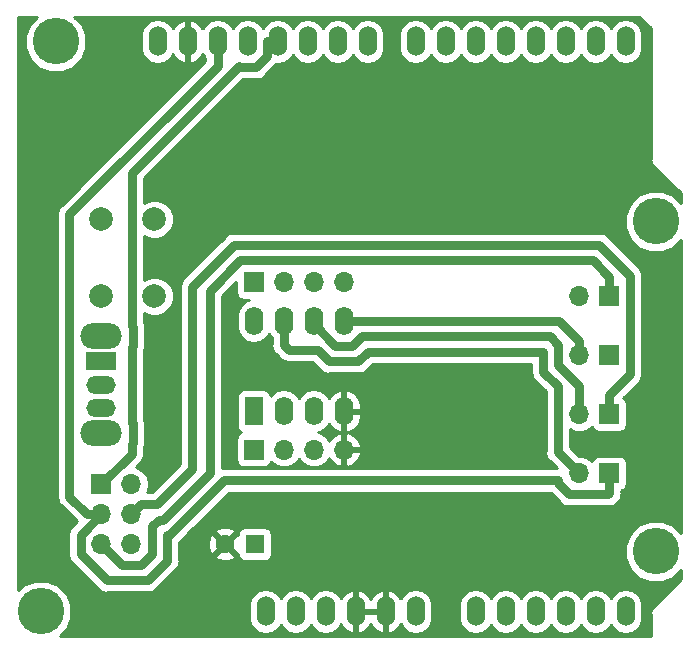
<source format=gbr>
G04 #@! TF.GenerationSoftware,KiCad,Pcbnew,(5.0.0)*
G04 #@! TF.CreationDate,2018-11-01T21:51:16+01:00*
G04 #@! TF.ProjectId,ATtiny85_Arduino_programmer,415474696E7938355F41726475696E6F,rev?*
G04 #@! TF.SameCoordinates,Original*
G04 #@! TF.FileFunction,Copper,L2,Bot,Signal*
G04 #@! TF.FilePolarity,Positive*
%FSLAX46Y46*%
G04 Gerber Fmt 4.6, Leading zero omitted, Abs format (unit mm)*
G04 Created by KiCad (PCBNEW (5.0.0)) date 11/01/18 21:51:17*
%MOMM*%
%LPD*%
G01*
G04 APERTURE LIST*
G04 #@! TA.AperFunction,ComponentPad*
%ADD10R,2.500000X1.500000*%
G04 #@! TD*
G04 #@! TA.AperFunction,ComponentPad*
%ADD11O,2.500000X1.500000*%
G04 #@! TD*
G04 #@! TA.AperFunction,ComponentPad*
%ADD12O,3.500000X2.200000*%
G04 #@! TD*
G04 #@! TA.AperFunction,ComponentPad*
%ADD13O,1.600000X2.400000*%
G04 #@! TD*
G04 #@! TA.AperFunction,ComponentPad*
%ADD14R,1.600000X2.400000*%
G04 #@! TD*
G04 #@! TA.AperFunction,ComponentPad*
%ADD15C,2.000000*%
G04 #@! TD*
G04 #@! TA.AperFunction,ComponentPad*
%ADD16O,1.524000X2.540000*%
G04 #@! TD*
G04 #@! TA.AperFunction,ComponentPad*
%ADD17C,3.937000*%
G04 #@! TD*
G04 #@! TA.AperFunction,ComponentPad*
%ADD18O,1.700000X1.700000*%
G04 #@! TD*
G04 #@! TA.AperFunction,ComponentPad*
%ADD19R,1.700000X1.700000*%
G04 #@! TD*
G04 #@! TA.AperFunction,ComponentPad*
%ADD20C,1.600000*%
G04 #@! TD*
G04 #@! TA.AperFunction,ComponentPad*
%ADD21R,1.600000X1.600000*%
G04 #@! TD*
G04 #@! TA.AperFunction,Conductor*
%ADD22C,0.800000*%
G04 #@! TD*
G04 #@! TA.AperFunction,Conductor*
%ADD23C,0.254000*%
G04 #@! TD*
G04 APERTURE END LIST*
D10*
G04 #@! TO.P,SW2,1*
G04 #@! TO.N,5V*
X145000000Y-75500000D03*
D11*
G04 #@! TO.P,SW2,2*
X145000000Y-77500000D03*
G04 #@! TO.P,SW2,3*
G04 #@! TO.N,Net-(SW1-Pad2)*
X145000000Y-79500000D03*
D12*
G04 #@! TO.P,SW2,*
G04 #@! TO.N,*
X145000000Y-73400000D03*
X145000000Y-81600000D03*
G04 #@! TD*
D13*
G04 #@! TO.P,U1,8*
G04 #@! TO.N,Net-(SW1-Pad2)*
X157912707Y-72108569D03*
G04 #@! TO.P,U1,4*
G04 #@! TO.N,GND*
X165532707Y-79728569D03*
G04 #@! TO.P,U1,7*
G04 #@! TO.N,AT7*
X160452707Y-72108569D03*
G04 #@! TO.P,U1,3*
G04 #@! TO.N,AT3*
X162992707Y-79728569D03*
G04 #@! TO.P,U1,6*
G04 #@! TO.N,AT6*
X162992707Y-72108569D03*
G04 #@! TO.P,U1,2*
G04 #@! TO.N,AT2*
X160452707Y-79728569D03*
G04 #@! TO.P,U1,5*
G04 #@! TO.N,AT5*
X165532707Y-72108569D03*
D14*
G04 #@! TO.P,U1,1*
G04 #@! TO.N,AT1*
X157912707Y-79728569D03*
G04 #@! TD*
D15*
G04 #@! TO.P,SW1,1*
G04 #@! TO.N,5V*
X145000000Y-63500000D03*
G04 #@! TO.P,SW1,2*
G04 #@! TO.N,Net-(SW1-Pad2)*
X149500000Y-63500000D03*
G04 #@! TO.P,SW1,1*
G04 #@! TO.N,5V*
X145000000Y-70000000D03*
G04 #@! TO.P,SW1,2*
G04 #@! TO.N,Net-(SW1-Pad2)*
X149500000Y-70000000D03*
G04 #@! TD*
D16*
G04 #@! TO.P,SHIELD1,AD5*
G04 #@! TO.N,Net-(SHIELD1-PadAD5)*
X189400000Y-96690501D03*
G04 #@! TO.P,SHIELD1,AD4*
G04 #@! TO.N,Net-(SHIELD1-PadAD4)*
X186860000Y-96690501D03*
G04 #@! TO.P,SHIELD1,AD3*
G04 #@! TO.N,Net-(SHIELD1-PadAD3)*
X184320000Y-96690501D03*
G04 #@! TO.P,SHIELD1,AD0*
G04 #@! TO.N,Net-(SHIELD1-PadAD0)*
X176700000Y-96690501D03*
G04 #@! TO.P,SHIELD1,AD1*
G04 #@! TO.N,Net-(SHIELD1-PadAD1)*
X179240000Y-96690501D03*
G04 #@! TO.P,SHIELD1,AD2*
G04 #@! TO.N,Net-(SHIELD1-PadAD2)*
X181780000Y-96690501D03*
G04 #@! TO.P,SHIELD1,V_IN*
G04 #@! TO.N,Net-(SHIELD1-PadV_IN)*
X171620000Y-96690501D03*
G04 #@! TO.P,SHIELD1,GND2*
G04 #@! TO.N,GND*
X169080000Y-96690501D03*
G04 #@! TO.P,SHIELD1,GND1*
X166540000Y-96690501D03*
G04 #@! TO.P,SHIELD1,3V3*
G04 #@! TO.N,Net-(SHIELD1-Pad3V3)*
X161460000Y-96690501D03*
G04 #@! TO.P,SHIELD1,RST*
G04 #@! TO.N,Net-(C1-Pad1)*
X158920000Y-96690501D03*
G04 #@! TO.P,SHIELD1,0*
G04 #@! TO.N,Net-(SHIELD1-Pad0)*
X189400000Y-48430501D03*
G04 #@! TO.P,SHIELD1,1*
G04 #@! TO.N,Net-(SHIELD1-Pad1)*
X186860000Y-48430501D03*
G04 #@! TO.P,SHIELD1,2*
G04 #@! TO.N,Net-(SHIELD1-Pad2)*
X184320000Y-48430501D03*
G04 #@! TO.P,SHIELD1,3*
G04 #@! TO.N,Net-(SHIELD1-Pad3)*
X181780000Y-48430501D03*
G04 #@! TO.P,SHIELD1,4*
G04 #@! TO.N,Net-(SHIELD1-Pad4)*
X179240000Y-48430501D03*
G04 #@! TO.P,SHIELD1,5*
G04 #@! TO.N,Net-(SHIELD1-Pad5)*
X176700000Y-48430501D03*
G04 #@! TO.P,SHIELD1,6*
G04 #@! TO.N,Net-(SHIELD1-Pad6)*
X174160000Y-48430501D03*
G04 #@! TO.P,SHIELD1,7*
G04 #@! TO.N,7*
X171620000Y-48430501D03*
G04 #@! TO.P,SHIELD1,8*
G04 #@! TO.N,8*
X167556000Y-48430501D03*
G04 #@! TO.P,SHIELD1,9*
G04 #@! TO.N,9*
X165016000Y-48430501D03*
G04 #@! TO.P,SHIELD1,10*
G04 #@! TO.N,10*
X162476000Y-48430501D03*
G04 #@! TO.P,SHIELD1,11*
G04 #@! TO.N,11*
X159936000Y-48430501D03*
G04 #@! TO.P,SHIELD1,12*
G04 #@! TO.N,12*
X157396000Y-48430501D03*
G04 #@! TO.P,SHIELD1,13*
G04 #@! TO.N,13*
X154856000Y-48430501D03*
G04 #@! TO.P,SHIELD1,GND3*
G04 #@! TO.N,GND*
X152316000Y-48430501D03*
G04 #@! TO.P,SHIELD1,AREF*
G04 #@! TO.N,Net-(SHIELD1-PadAREF)*
X149776000Y-48430501D03*
G04 #@! TO.P,SHIELD1,5V*
G04 #@! TO.N,5V*
X164000000Y-96690501D03*
D17*
G04 #@! TO.P,SHIELD1,*
G04 #@! TO.N,*
X191940000Y-91610501D03*
X191940000Y-63670501D03*
X141140000Y-48430501D03*
X139870000Y-96690501D03*
G04 #@! TD*
D18*
G04 #@! TO.P,JP4,2*
G04 #@! TO.N,AT7*
X185460000Y-85000000D03*
D19*
G04 #@! TO.P,JP4,1*
G04 #@! TO.N,13*
X188000000Y-85000000D03*
G04 #@! TD*
G04 #@! TO.P,JP3,1*
G04 #@! TO.N,12*
X188000000Y-80000000D03*
D18*
G04 #@! TO.P,JP3,2*
G04 #@! TO.N,AT6*
X185460000Y-80000000D03*
G04 #@! TD*
G04 #@! TO.P,JP2,2*
G04 #@! TO.N,AT5*
X185460000Y-75000000D03*
D19*
G04 #@! TO.P,JP2,1*
G04 #@! TO.N,11*
X188000000Y-75000000D03*
G04 #@! TD*
G04 #@! TO.P,JP1,1*
G04 #@! TO.N,10*
X188000000Y-70000000D03*
D18*
G04 #@! TO.P,JP1,2*
G04 #@! TO.N,AT1*
X185460000Y-70000000D03*
G04 #@! TD*
D19*
G04 #@! TO.P,J3,1*
G04 #@! TO.N,5V*
X157918607Y-68829009D03*
D18*
G04 #@! TO.P,J3,2*
G04 #@! TO.N,AT7*
X160458607Y-68829009D03*
G04 #@! TO.P,J3,3*
G04 #@! TO.N,AT6*
X162998607Y-68829009D03*
G04 #@! TO.P,J3,4*
G04 #@! TO.N,AT5*
X165538607Y-68829009D03*
G04 #@! TD*
G04 #@! TO.P,J2,4*
G04 #@! TO.N,GND*
X165548767Y-82981889D03*
G04 #@! TO.P,J2,3*
G04 #@! TO.N,AT3*
X163008767Y-82981889D03*
G04 #@! TO.P,J2,2*
G04 #@! TO.N,AT2*
X160468767Y-82981889D03*
D19*
G04 #@! TO.P,J2,1*
G04 #@! TO.N,AT1*
X157928767Y-82981889D03*
G04 #@! TD*
D18*
G04 #@! TO.P,J1,4*
G04 #@! TO.N,GND*
X147540000Y-91000000D03*
G04 #@! TO.P,J1,3*
G04 #@! TO.N,10*
X145000000Y-91000000D03*
G04 #@! TO.P,J1,5*
G04 #@! TO.N,12*
X147540000Y-88460000D03*
G04 #@! TO.P,J1,2*
G04 #@! TO.N,13*
X145000000Y-88460000D03*
G04 #@! TO.P,J1,6*
G04 #@! TO.N,5V*
X147540000Y-85920000D03*
D19*
G04 #@! TO.P,J1,1*
G04 #@! TO.N,11*
X145000000Y-85920000D03*
G04 #@! TD*
D20*
G04 #@! TO.P,C1,2*
G04 #@! TO.N,GND*
X155500000Y-91000000D03*
D21*
G04 #@! TO.P,C1,1*
G04 #@! TO.N,Net-(C1-Pad1)*
X158000000Y-91000000D03*
G04 #@! TD*
D22*
G04 #@! TO.N,12*
X148389999Y-87610001D02*
X147540000Y-88460000D01*
X149689999Y-87610001D02*
X148389999Y-87610001D01*
X152700011Y-69209988D02*
X152700011Y-84599989D01*
X188000000Y-78350000D02*
X189750001Y-76599999D01*
X189750001Y-76599999D02*
X189750001Y-68261511D01*
X188000000Y-80000000D02*
X188000000Y-78350000D01*
X189750001Y-68261511D02*
X187148491Y-65660000D01*
X152700011Y-84599989D02*
X149689999Y-87610001D01*
X187148491Y-65660000D02*
X156249999Y-65660000D01*
X156249999Y-65660000D02*
X152700011Y-69209988D01*
G04 #@! TO.N,10*
X150228481Y-88910009D02*
X149851498Y-88910009D01*
X149851498Y-88910009D02*
X149290001Y-89471506D01*
X149290001Y-89471506D02*
X149290001Y-91840001D01*
X149290001Y-91840001D02*
X148380001Y-92750001D01*
X146750001Y-92750001D02*
X145849999Y-91849999D01*
X148380001Y-92750001D02*
X146750001Y-92750001D01*
X154200000Y-84938490D02*
X150228481Y-88910009D01*
X154200000Y-69548490D02*
X154200000Y-84938490D01*
X188000000Y-68350000D02*
X186610010Y-66960010D01*
X156788480Y-66960010D02*
X154200000Y-69548490D01*
X188000000Y-70000000D02*
X188000000Y-68350000D01*
X145849999Y-91849999D02*
X145000000Y-91000000D01*
X186610010Y-66960010D02*
X156788480Y-66960010D01*
G04 #@! TO.N,13*
X143797919Y-88460000D02*
X145000000Y-88460000D01*
X142300000Y-86962081D02*
X143797919Y-88460000D01*
X142300000Y-63056501D02*
X142300000Y-86962081D01*
X154856000Y-48430501D02*
X154856000Y-50500501D01*
X154856000Y-50500501D02*
X142300000Y-63056501D01*
X183709999Y-85840001D02*
X184619999Y-86750001D01*
X183709999Y-85600000D02*
X183709999Y-85840001D01*
X184619999Y-86750001D02*
X187899999Y-86750001D01*
X150766963Y-90210020D02*
X155376983Y-85600000D01*
X150590012Y-90210020D02*
X150766963Y-90210020D01*
X145000000Y-88460000D02*
X143249999Y-90210001D01*
X143249999Y-90210001D02*
X143249999Y-91840001D01*
X187899999Y-86750001D02*
X188000000Y-86650000D01*
X155376983Y-85600000D02*
X183709999Y-85600000D01*
X143249999Y-91840001D02*
X145460009Y-94050011D01*
X188000000Y-86650000D02*
X188000000Y-85000000D01*
X145460009Y-94050011D02*
X148918483Y-94050012D01*
X148918483Y-94050012D02*
X150590012Y-92378483D01*
X150590012Y-92378483D02*
X150590012Y-90210020D01*
G04 #@! TO.N,11*
X159936000Y-48430501D02*
X159936000Y-49084000D01*
X147600000Y-82478441D02*
X147600000Y-83320000D01*
X147600000Y-74278441D02*
X147600000Y-80721559D01*
X147600000Y-83320000D02*
X145000000Y-85920000D01*
X147650010Y-74228431D02*
X147600000Y-74278441D01*
X147650010Y-72571569D02*
X147650010Y-74228431D01*
X147600000Y-72521559D02*
X147650010Y-72571569D01*
X147600000Y-80721559D02*
X147650010Y-80771569D01*
X147600000Y-59600000D02*
X147600000Y-72521559D01*
X147650010Y-80771569D02*
X147650010Y-82428431D01*
X159058010Y-48430501D02*
X159058010Y-49626928D01*
X147650010Y-82428431D02*
X147600000Y-82478441D01*
X159936000Y-48430501D02*
X159058010Y-48430501D01*
X159058010Y-49626928D02*
X158084427Y-50600511D01*
X158084427Y-50600511D02*
X156707573Y-50600511D01*
X156707573Y-50600511D02*
X156653531Y-50546469D01*
X156653531Y-50546469D02*
X147600000Y-59600000D01*
G04 #@! TO.N,AT5*
X185460000Y-73797919D02*
X185460000Y-75000000D01*
X183770650Y-72108569D02*
X185460000Y-73797919D01*
X165532707Y-72108569D02*
X183770650Y-72108569D01*
G04 #@! TO.N,AT6*
X162992707Y-72372746D02*
X164828540Y-74208579D01*
X167036874Y-73408579D02*
X182958579Y-73408579D01*
X182958579Y-73408579D02*
X183709999Y-74159999D01*
X183709999Y-74159999D02*
X183709999Y-75840001D01*
X185460000Y-78797919D02*
X185460000Y-80000000D01*
X185460000Y-77590002D02*
X185460000Y-78797919D01*
X162992707Y-72108569D02*
X162992707Y-72372746D01*
X166236874Y-74208579D02*
X167036874Y-73408579D01*
X164828540Y-74208579D02*
X166236874Y-74208579D01*
X183709999Y-75840001D02*
X185460000Y-77590002D01*
G04 #@! TO.N,AT7*
X182409988Y-76378483D02*
X183650000Y-77618495D01*
X182409988Y-74708590D02*
X182409988Y-76378483D01*
X164290058Y-75508590D02*
X166775356Y-75508590D01*
X163528529Y-74747061D02*
X164290058Y-75508590D01*
X163311469Y-74530000D02*
X163528529Y-74747061D01*
X166775356Y-75508590D02*
X167575356Y-74708590D01*
X167575356Y-74708590D02*
X182409988Y-74708590D01*
X160874138Y-74530000D02*
X163311469Y-74530000D01*
X160452707Y-72108569D02*
X160452707Y-74108569D01*
X183650000Y-77618495D02*
X183650000Y-83190000D01*
X183650000Y-83190000D02*
X185460000Y-85000000D01*
X160452707Y-74108569D02*
X160874138Y-74530000D01*
G04 #@! TD*
D23*
G04 #@! TO.N,GND*
G36*
X138932859Y-46955736D02*
X138536500Y-47912633D01*
X138536500Y-48948369D01*
X138932859Y-49905266D01*
X139665235Y-50637642D01*
X140622132Y-51034001D01*
X141657868Y-51034001D01*
X142614765Y-50637642D01*
X143347141Y-49905266D01*
X143743500Y-48948369D01*
X143743500Y-47912633D01*
X143690598Y-47784914D01*
X148379000Y-47784914D01*
X148379000Y-49076089D01*
X148460056Y-49483583D01*
X148768821Y-49945681D01*
X149230919Y-50254445D01*
X149776000Y-50362869D01*
X150321082Y-50254445D01*
X150783180Y-49945681D01*
X151057580Y-49535012D01*
X151073941Y-49590442D01*
X151417974Y-50016131D01*
X151898723Y-50277761D01*
X151972930Y-50292721D01*
X152189000Y-50170221D01*
X152189000Y-48557501D01*
X152169000Y-48557501D01*
X152169000Y-48303501D01*
X152189000Y-48303501D01*
X152189000Y-46690781D01*
X151972930Y-46568281D01*
X151898723Y-46583241D01*
X151417974Y-46844871D01*
X151073941Y-47270560D01*
X151057580Y-47325990D01*
X150783179Y-46915321D01*
X150321081Y-46606557D01*
X149776000Y-46498133D01*
X149230918Y-46606557D01*
X148768820Y-46915322D01*
X148460056Y-47377420D01*
X148379000Y-47784914D01*
X143690598Y-47784914D01*
X143347141Y-46955736D01*
X142727605Y-46336200D01*
X190519554Y-46336200D01*
X191511401Y-47328048D01*
X191511400Y-58381216D01*
X191497002Y-58453600D01*
X191511400Y-58525984D01*
X191511400Y-58525987D01*
X191554046Y-58740382D01*
X191716495Y-58983505D01*
X191777865Y-59024511D01*
X194051401Y-61298048D01*
X194051401Y-62099996D01*
X193414765Y-61463360D01*
X192457868Y-61067001D01*
X191422132Y-61067001D01*
X190465235Y-61463360D01*
X189732859Y-62195736D01*
X189336500Y-63152633D01*
X189336500Y-64188369D01*
X189732859Y-65145266D01*
X190465235Y-65877642D01*
X191422132Y-66274001D01*
X192457868Y-66274001D01*
X193414765Y-65877642D01*
X194051401Y-65241006D01*
X194051400Y-90039995D01*
X193414765Y-89403360D01*
X192457868Y-89007001D01*
X191422132Y-89007001D01*
X190465235Y-89403360D01*
X189732859Y-90135736D01*
X189336500Y-91092633D01*
X189336500Y-92128369D01*
X189732859Y-93085266D01*
X190465235Y-93817642D01*
X191422132Y-94214001D01*
X192457868Y-94214001D01*
X193414765Y-93817642D01*
X194051400Y-93181007D01*
X194051400Y-93963153D01*
X191777863Y-96236691D01*
X191716496Y-96277695D01*
X191675492Y-96339062D01*
X191675491Y-96339063D01*
X191554046Y-96520818D01*
X191497002Y-96807600D01*
X191511401Y-96879989D01*
X191511400Y-98765000D01*
X141477407Y-98765000D01*
X142077141Y-98165266D01*
X142473500Y-97208369D01*
X142473500Y-96172633D01*
X142420598Y-96044914D01*
X157523000Y-96044914D01*
X157523000Y-97336089D01*
X157604056Y-97743583D01*
X157912821Y-98205681D01*
X158374919Y-98514445D01*
X158920000Y-98622869D01*
X159465082Y-98514445D01*
X159927180Y-98205681D01*
X160190000Y-97812343D01*
X160452821Y-98205681D01*
X160914919Y-98514445D01*
X161460000Y-98622869D01*
X162005082Y-98514445D01*
X162467180Y-98205681D01*
X162730000Y-97812343D01*
X162992821Y-98205681D01*
X163454919Y-98514445D01*
X164000000Y-98622869D01*
X164545082Y-98514445D01*
X165007180Y-98205681D01*
X165281580Y-97795012D01*
X165297941Y-97850442D01*
X165641974Y-98276131D01*
X166122723Y-98537761D01*
X166196930Y-98552721D01*
X166413000Y-98430221D01*
X166413000Y-96817501D01*
X166667000Y-96817501D01*
X166667000Y-98430221D01*
X166883070Y-98552721D01*
X166957277Y-98537761D01*
X167438026Y-98276131D01*
X167782059Y-97850442D01*
X167810000Y-97755778D01*
X167837941Y-97850442D01*
X168181974Y-98276131D01*
X168662723Y-98537761D01*
X168736930Y-98552721D01*
X168953000Y-98430221D01*
X168953000Y-96817501D01*
X166667000Y-96817501D01*
X166413000Y-96817501D01*
X166393000Y-96817501D01*
X166393000Y-96563501D01*
X166413000Y-96563501D01*
X166413000Y-94950781D01*
X166667000Y-94950781D01*
X166667000Y-96563501D01*
X168953000Y-96563501D01*
X168953000Y-94950781D01*
X169207000Y-94950781D01*
X169207000Y-96563501D01*
X169227000Y-96563501D01*
X169227000Y-96817501D01*
X169207000Y-96817501D01*
X169207000Y-98430221D01*
X169423070Y-98552721D01*
X169497277Y-98537761D01*
X169978026Y-98276131D01*
X170322059Y-97850442D01*
X170338420Y-97795012D01*
X170612821Y-98205681D01*
X171074919Y-98514445D01*
X171620000Y-98622869D01*
X172165082Y-98514445D01*
X172627180Y-98205681D01*
X172935944Y-97743583D01*
X173017000Y-97336089D01*
X173017000Y-96044914D01*
X175303000Y-96044914D01*
X175303000Y-97336089D01*
X175384056Y-97743583D01*
X175692821Y-98205681D01*
X176154919Y-98514445D01*
X176700000Y-98622869D01*
X177245082Y-98514445D01*
X177707180Y-98205681D01*
X177970000Y-97812343D01*
X178232821Y-98205681D01*
X178694919Y-98514445D01*
X179240000Y-98622869D01*
X179785082Y-98514445D01*
X180247180Y-98205681D01*
X180510000Y-97812343D01*
X180772821Y-98205681D01*
X181234919Y-98514445D01*
X181780000Y-98622869D01*
X182325082Y-98514445D01*
X182787180Y-98205681D01*
X183050000Y-97812343D01*
X183312821Y-98205681D01*
X183774919Y-98514445D01*
X184320000Y-98622869D01*
X184865082Y-98514445D01*
X185327180Y-98205681D01*
X185590000Y-97812343D01*
X185852821Y-98205681D01*
X186314919Y-98514445D01*
X186860000Y-98622869D01*
X187405082Y-98514445D01*
X187867180Y-98205681D01*
X188130000Y-97812343D01*
X188392821Y-98205681D01*
X188854919Y-98514445D01*
X189400000Y-98622869D01*
X189945082Y-98514445D01*
X190407180Y-98205681D01*
X190715944Y-97743583D01*
X190797000Y-97336089D01*
X190797000Y-96044913D01*
X190715944Y-95637419D01*
X190407179Y-95175321D01*
X189945081Y-94866557D01*
X189400000Y-94758133D01*
X188854918Y-94866557D01*
X188392820Y-95175322D01*
X188130000Y-95568660D01*
X187867179Y-95175321D01*
X187405081Y-94866557D01*
X186860000Y-94758133D01*
X186314918Y-94866557D01*
X185852820Y-95175322D01*
X185590000Y-95568660D01*
X185327179Y-95175321D01*
X184865081Y-94866557D01*
X184320000Y-94758133D01*
X183774918Y-94866557D01*
X183312820Y-95175322D01*
X183050000Y-95568660D01*
X182787179Y-95175321D01*
X182325081Y-94866557D01*
X181780000Y-94758133D01*
X181234918Y-94866557D01*
X180772820Y-95175322D01*
X180510000Y-95568660D01*
X180247179Y-95175321D01*
X179785081Y-94866557D01*
X179240000Y-94758133D01*
X178694918Y-94866557D01*
X178232820Y-95175322D01*
X177970000Y-95568660D01*
X177707179Y-95175321D01*
X177245081Y-94866557D01*
X176700000Y-94758133D01*
X176154918Y-94866557D01*
X175692820Y-95175322D01*
X175384056Y-95637420D01*
X175303000Y-96044914D01*
X173017000Y-96044914D01*
X173017000Y-96044913D01*
X172935944Y-95637419D01*
X172627179Y-95175321D01*
X172165081Y-94866557D01*
X171620000Y-94758133D01*
X171074918Y-94866557D01*
X170612820Y-95175322D01*
X170338420Y-95585991D01*
X170322059Y-95530560D01*
X169978026Y-95104871D01*
X169497277Y-94843241D01*
X169423070Y-94828281D01*
X169207000Y-94950781D01*
X168953000Y-94950781D01*
X168736930Y-94828281D01*
X168662723Y-94843241D01*
X168181974Y-95104871D01*
X167837941Y-95530560D01*
X167810000Y-95625224D01*
X167782059Y-95530560D01*
X167438026Y-95104871D01*
X166957277Y-94843241D01*
X166883070Y-94828281D01*
X166667000Y-94950781D01*
X166413000Y-94950781D01*
X166196930Y-94828281D01*
X166122723Y-94843241D01*
X165641974Y-95104871D01*
X165297941Y-95530560D01*
X165281580Y-95585990D01*
X165007179Y-95175321D01*
X164545081Y-94866557D01*
X164000000Y-94758133D01*
X163454918Y-94866557D01*
X162992820Y-95175322D01*
X162730000Y-95568660D01*
X162467179Y-95175321D01*
X162005081Y-94866557D01*
X161460000Y-94758133D01*
X160914918Y-94866557D01*
X160452820Y-95175322D01*
X160190000Y-95568660D01*
X159927179Y-95175321D01*
X159465081Y-94866557D01*
X158920000Y-94758133D01*
X158374918Y-94866557D01*
X157912820Y-95175322D01*
X157604056Y-95637420D01*
X157523000Y-96044914D01*
X142420598Y-96044914D01*
X142077141Y-95215736D01*
X141344765Y-94483360D01*
X140387868Y-94087001D01*
X139352132Y-94087001D01*
X138395235Y-94483360D01*
X137965000Y-94913595D01*
X137965000Y-63056501D01*
X141244724Y-63056501D01*
X141265000Y-63158435D01*
X141265001Y-86860142D01*
X141244724Y-86962081D01*
X141325052Y-87365917D01*
X141450682Y-87553935D01*
X141553808Y-87708274D01*
X141640225Y-87766016D01*
X142935249Y-89061041D01*
X142590226Y-89406064D01*
X142503806Y-89463808D01*
X142375253Y-89656202D01*
X142275051Y-89806165D01*
X142194723Y-90210001D01*
X142214999Y-90311936D01*
X142215000Y-91738062D01*
X142194723Y-91840001D01*
X142275051Y-92243837D01*
X142433129Y-92480417D01*
X142503807Y-92586194D01*
X142590224Y-92643936D01*
X144656076Y-94709789D01*
X144713816Y-94796203D01*
X144800230Y-94853943D01*
X144800232Y-94853945D01*
X145056172Y-95024959D01*
X145460008Y-95105287D01*
X145561947Y-95085010D01*
X148816548Y-95085012D01*
X148918483Y-95105288D01*
X149020417Y-95085012D01*
X149322319Y-95024960D01*
X149664675Y-94796205D01*
X149722417Y-94709788D01*
X151249788Y-93182418D01*
X151336205Y-93124676D01*
X151564960Y-92782320D01*
X151625012Y-92480418D01*
X151625012Y-92480417D01*
X151645288Y-92378483D01*
X151625012Y-92276549D01*
X151625012Y-92007745D01*
X154671861Y-92007745D01*
X154745995Y-92253864D01*
X155283223Y-92446965D01*
X155853454Y-92419778D01*
X156254005Y-92253864D01*
X156328139Y-92007745D01*
X155500000Y-91179605D01*
X154671861Y-92007745D01*
X151625012Y-92007745D01*
X151625012Y-90815681D01*
X151657470Y-90783223D01*
X154053035Y-90783223D01*
X154080222Y-91353454D01*
X154246136Y-91754005D01*
X154492255Y-91828139D01*
X155320395Y-91000000D01*
X155679605Y-91000000D01*
X156507745Y-91828139D01*
X156555307Y-91813813D01*
X156601843Y-92047765D01*
X156742191Y-92257809D01*
X156952235Y-92398157D01*
X157200000Y-92447440D01*
X158800000Y-92447440D01*
X159047765Y-92398157D01*
X159257809Y-92257809D01*
X159398157Y-92047765D01*
X159447440Y-91800000D01*
X159447440Y-90200000D01*
X159398157Y-89952235D01*
X159257809Y-89742191D01*
X159047765Y-89601843D01*
X158800000Y-89552560D01*
X157200000Y-89552560D01*
X156952235Y-89601843D01*
X156742191Y-89742191D01*
X156601843Y-89952235D01*
X156555307Y-90186187D01*
X156507745Y-90171861D01*
X155679605Y-91000000D01*
X155320395Y-91000000D01*
X154492255Y-90171861D01*
X154246136Y-90245995D01*
X154053035Y-90783223D01*
X151657470Y-90783223D01*
X152448438Y-89992255D01*
X154671861Y-89992255D01*
X155500000Y-90820395D01*
X156328139Y-89992255D01*
X156254005Y-89746136D01*
X155716777Y-89553035D01*
X155146546Y-89580222D01*
X154745995Y-89746136D01*
X154671861Y-89992255D01*
X152448438Y-89992255D01*
X155805694Y-86635000D01*
X183036850Y-86635000D01*
X183050224Y-86643936D01*
X183816064Y-87409777D01*
X183873806Y-87496194D01*
X184216162Y-87724949D01*
X184518064Y-87785001D01*
X184518065Y-87785001D01*
X184619998Y-87805277D01*
X184721931Y-87785001D01*
X187798065Y-87785001D01*
X187899999Y-87805277D01*
X188001933Y-87785001D01*
X188001934Y-87785001D01*
X188303836Y-87724949D01*
X188646192Y-87496194D01*
X188686247Y-87436248D01*
X188746193Y-87396193D01*
X188974948Y-87053837D01*
X189035000Y-86751935D01*
X189035000Y-86751934D01*
X189055276Y-86650000D01*
X189035000Y-86548066D01*
X189035000Y-86460642D01*
X189097765Y-86448157D01*
X189307809Y-86307809D01*
X189448157Y-86097765D01*
X189497440Y-85850000D01*
X189497440Y-84150000D01*
X189448157Y-83902235D01*
X189307809Y-83692191D01*
X189097765Y-83551843D01*
X188850000Y-83502560D01*
X187150000Y-83502560D01*
X186902235Y-83551843D01*
X186692191Y-83692191D01*
X186551843Y-83902235D01*
X186542816Y-83947619D01*
X186530625Y-83929375D01*
X186039418Y-83601161D01*
X185606256Y-83515000D01*
X185438711Y-83515000D01*
X184685000Y-82761290D01*
X184685000Y-81268155D01*
X184880582Y-81398839D01*
X185313744Y-81485000D01*
X185606256Y-81485000D01*
X186039418Y-81398839D01*
X186530625Y-81070625D01*
X186542816Y-81052381D01*
X186551843Y-81097765D01*
X186692191Y-81307809D01*
X186902235Y-81448157D01*
X187150000Y-81497440D01*
X188850000Y-81497440D01*
X189097765Y-81448157D01*
X189307809Y-81307809D01*
X189448157Y-81097765D01*
X189497440Y-80850000D01*
X189497440Y-79150000D01*
X189448157Y-78902235D01*
X189307809Y-78692191D01*
X189196137Y-78617573D01*
X190409777Y-77403934D01*
X190496194Y-77346192D01*
X190724949Y-77003836D01*
X190785001Y-76701934D01*
X190785001Y-76701933D01*
X190805277Y-76600000D01*
X190785001Y-76498065D01*
X190785001Y-68363440D01*
X190805276Y-68261510D01*
X190785001Y-68159581D01*
X190785001Y-68159576D01*
X190724949Y-67857674D01*
X190496194Y-67515318D01*
X190409777Y-67457576D01*
X187952428Y-65000227D01*
X187894684Y-64913807D01*
X187552328Y-64685052D01*
X187250426Y-64625000D01*
X187250425Y-64625000D01*
X187148491Y-64604724D01*
X187046557Y-64625000D01*
X156351933Y-64625000D01*
X156249998Y-64604724D01*
X156148064Y-64625000D01*
X155846162Y-64685052D01*
X155503806Y-64913807D01*
X155446064Y-65000224D01*
X152040238Y-68406051D01*
X151953818Y-68463795D01*
X151727639Y-68802297D01*
X151725063Y-68806152D01*
X151644735Y-69209988D01*
X151665011Y-69311922D01*
X151665012Y-84171277D01*
X149261289Y-86575001D01*
X148888336Y-86575001D01*
X148938839Y-86499418D01*
X149054092Y-85920000D01*
X148938839Y-85340582D01*
X148610625Y-84849375D01*
X148119418Y-84521161D01*
X147905167Y-84478544D01*
X148259776Y-84123935D01*
X148346193Y-84066193D01*
X148574948Y-83723837D01*
X148635000Y-83421934D01*
X148655276Y-83320001D01*
X148635000Y-83218066D01*
X148635000Y-82781783D01*
X148685010Y-82530366D01*
X148685010Y-82530365D01*
X148705286Y-82428431D01*
X148685010Y-82326497D01*
X148685010Y-80873503D01*
X148705286Y-80771569D01*
X148635000Y-80418218D01*
X148635000Y-74581783D01*
X148685010Y-74330366D01*
X148685010Y-74330365D01*
X148705286Y-74228431D01*
X148685010Y-74126497D01*
X148685010Y-72673503D01*
X148705286Y-72571569D01*
X148685010Y-72469634D01*
X148635000Y-72218217D01*
X148635000Y-71411416D01*
X149174778Y-71635000D01*
X149825222Y-71635000D01*
X150426153Y-71386086D01*
X150886086Y-70926153D01*
X151135000Y-70325222D01*
X151135000Y-69674778D01*
X150886086Y-69073847D01*
X150426153Y-68613914D01*
X149825222Y-68365000D01*
X149174778Y-68365000D01*
X148635000Y-68588584D01*
X148635000Y-64911416D01*
X149174778Y-65135000D01*
X149825222Y-65135000D01*
X150426153Y-64886086D01*
X150886086Y-64426153D01*
X151135000Y-63825222D01*
X151135000Y-63174778D01*
X150886086Y-62573847D01*
X150426153Y-62113914D01*
X149825222Y-61865000D01*
X149174778Y-61865000D01*
X148635000Y-62088584D01*
X148635000Y-60028710D01*
X157028200Y-51635511D01*
X157982493Y-51635511D01*
X158084427Y-51655787D01*
X158186361Y-51635511D01*
X158186362Y-51635511D01*
X158488264Y-51575459D01*
X158830620Y-51346704D01*
X158888364Y-51260284D01*
X159717786Y-50430863D01*
X159804203Y-50373121D01*
X159825712Y-50340931D01*
X159936000Y-50362869D01*
X160481082Y-50254445D01*
X160943180Y-49945681D01*
X161206000Y-49552343D01*
X161468821Y-49945681D01*
X161930919Y-50254445D01*
X162476000Y-50362869D01*
X163021082Y-50254445D01*
X163483180Y-49945681D01*
X163746000Y-49552343D01*
X164008821Y-49945681D01*
X164470919Y-50254445D01*
X165016000Y-50362869D01*
X165561082Y-50254445D01*
X166023180Y-49945681D01*
X166286000Y-49552343D01*
X166548821Y-49945681D01*
X167010919Y-50254445D01*
X167556000Y-50362869D01*
X168101082Y-50254445D01*
X168563180Y-49945681D01*
X168871944Y-49483583D01*
X168953000Y-49076089D01*
X168953000Y-47784914D01*
X170223000Y-47784914D01*
X170223000Y-49076089D01*
X170304056Y-49483583D01*
X170612821Y-49945681D01*
X171074919Y-50254445D01*
X171620000Y-50362869D01*
X172165082Y-50254445D01*
X172627180Y-49945681D01*
X172890000Y-49552343D01*
X173152821Y-49945681D01*
X173614919Y-50254445D01*
X174160000Y-50362869D01*
X174705082Y-50254445D01*
X175167180Y-49945681D01*
X175430000Y-49552343D01*
X175692821Y-49945681D01*
X176154919Y-50254445D01*
X176700000Y-50362869D01*
X177245082Y-50254445D01*
X177707180Y-49945681D01*
X177970000Y-49552343D01*
X178232821Y-49945681D01*
X178694919Y-50254445D01*
X179240000Y-50362869D01*
X179785082Y-50254445D01*
X180247180Y-49945681D01*
X180510000Y-49552343D01*
X180772821Y-49945681D01*
X181234919Y-50254445D01*
X181780000Y-50362869D01*
X182325082Y-50254445D01*
X182787180Y-49945681D01*
X183050000Y-49552343D01*
X183312821Y-49945681D01*
X183774919Y-50254445D01*
X184320000Y-50362869D01*
X184865082Y-50254445D01*
X185327180Y-49945681D01*
X185590000Y-49552343D01*
X185852821Y-49945681D01*
X186314919Y-50254445D01*
X186860000Y-50362869D01*
X187405082Y-50254445D01*
X187867180Y-49945681D01*
X188130000Y-49552343D01*
X188392821Y-49945681D01*
X188854919Y-50254445D01*
X189400000Y-50362869D01*
X189945082Y-50254445D01*
X190407180Y-49945681D01*
X190715944Y-49483583D01*
X190797000Y-49076089D01*
X190797000Y-47784913D01*
X190715944Y-47377419D01*
X190407179Y-46915321D01*
X189945081Y-46606557D01*
X189400000Y-46498133D01*
X188854918Y-46606557D01*
X188392820Y-46915322D01*
X188130000Y-47308660D01*
X187867179Y-46915321D01*
X187405081Y-46606557D01*
X186860000Y-46498133D01*
X186314918Y-46606557D01*
X185852820Y-46915322D01*
X185590000Y-47308660D01*
X185327179Y-46915321D01*
X184865081Y-46606557D01*
X184320000Y-46498133D01*
X183774918Y-46606557D01*
X183312820Y-46915322D01*
X183050000Y-47308660D01*
X182787179Y-46915321D01*
X182325081Y-46606557D01*
X181780000Y-46498133D01*
X181234918Y-46606557D01*
X180772820Y-46915322D01*
X180510000Y-47308660D01*
X180247179Y-46915321D01*
X179785081Y-46606557D01*
X179240000Y-46498133D01*
X178694918Y-46606557D01*
X178232820Y-46915322D01*
X177970000Y-47308660D01*
X177707179Y-46915321D01*
X177245081Y-46606557D01*
X176700000Y-46498133D01*
X176154918Y-46606557D01*
X175692820Y-46915322D01*
X175430000Y-47308660D01*
X175167179Y-46915321D01*
X174705081Y-46606557D01*
X174160000Y-46498133D01*
X173614918Y-46606557D01*
X173152820Y-46915322D01*
X172890000Y-47308660D01*
X172627179Y-46915321D01*
X172165081Y-46606557D01*
X171620000Y-46498133D01*
X171074918Y-46606557D01*
X170612820Y-46915322D01*
X170304056Y-47377420D01*
X170223000Y-47784914D01*
X168953000Y-47784914D01*
X168953000Y-47784913D01*
X168871944Y-47377419D01*
X168563179Y-46915321D01*
X168101081Y-46606557D01*
X167556000Y-46498133D01*
X167010918Y-46606557D01*
X166548820Y-46915322D01*
X166286000Y-47308660D01*
X166023179Y-46915321D01*
X165561081Y-46606557D01*
X165016000Y-46498133D01*
X164470918Y-46606557D01*
X164008820Y-46915322D01*
X163746000Y-47308660D01*
X163483179Y-46915321D01*
X163021081Y-46606557D01*
X162476000Y-46498133D01*
X161930918Y-46606557D01*
X161468820Y-46915322D01*
X161206000Y-47308660D01*
X160943179Y-46915321D01*
X160481081Y-46606557D01*
X159936000Y-46498133D01*
X159390918Y-46606557D01*
X158928820Y-46915322D01*
X158666000Y-47308660D01*
X158403179Y-46915321D01*
X157941081Y-46606557D01*
X157396000Y-46498133D01*
X156850918Y-46606557D01*
X156388820Y-46915322D01*
X156126000Y-47308660D01*
X155863179Y-46915321D01*
X155401081Y-46606557D01*
X154856000Y-46498133D01*
X154310918Y-46606557D01*
X153848820Y-46915322D01*
X153574420Y-47325991D01*
X153558059Y-47270560D01*
X153214026Y-46844871D01*
X152733277Y-46583241D01*
X152659070Y-46568281D01*
X152443000Y-46690781D01*
X152443000Y-48303501D01*
X152463000Y-48303501D01*
X152463000Y-48557501D01*
X152443000Y-48557501D01*
X152443000Y-50170221D01*
X152659070Y-50292721D01*
X152733277Y-50277761D01*
X153214026Y-50016131D01*
X153558059Y-49590442D01*
X153574420Y-49535012D01*
X153821001Y-49904045D01*
X153821001Y-50071789D01*
X141640227Y-62252564D01*
X141553807Y-62310308D01*
X141325053Y-62652664D01*
X141325052Y-62652665D01*
X141244724Y-63056501D01*
X137965000Y-63056501D01*
X137965000Y-46336200D01*
X139552395Y-46336200D01*
X138932859Y-46955736D01*
X138932859Y-46955736D01*
G37*
X138932859Y-46955736D02*
X138536500Y-47912633D01*
X138536500Y-48948369D01*
X138932859Y-49905266D01*
X139665235Y-50637642D01*
X140622132Y-51034001D01*
X141657868Y-51034001D01*
X142614765Y-50637642D01*
X143347141Y-49905266D01*
X143743500Y-48948369D01*
X143743500Y-47912633D01*
X143690598Y-47784914D01*
X148379000Y-47784914D01*
X148379000Y-49076089D01*
X148460056Y-49483583D01*
X148768821Y-49945681D01*
X149230919Y-50254445D01*
X149776000Y-50362869D01*
X150321082Y-50254445D01*
X150783180Y-49945681D01*
X151057580Y-49535012D01*
X151073941Y-49590442D01*
X151417974Y-50016131D01*
X151898723Y-50277761D01*
X151972930Y-50292721D01*
X152189000Y-50170221D01*
X152189000Y-48557501D01*
X152169000Y-48557501D01*
X152169000Y-48303501D01*
X152189000Y-48303501D01*
X152189000Y-46690781D01*
X151972930Y-46568281D01*
X151898723Y-46583241D01*
X151417974Y-46844871D01*
X151073941Y-47270560D01*
X151057580Y-47325990D01*
X150783179Y-46915321D01*
X150321081Y-46606557D01*
X149776000Y-46498133D01*
X149230918Y-46606557D01*
X148768820Y-46915322D01*
X148460056Y-47377420D01*
X148379000Y-47784914D01*
X143690598Y-47784914D01*
X143347141Y-46955736D01*
X142727605Y-46336200D01*
X190519554Y-46336200D01*
X191511401Y-47328048D01*
X191511400Y-58381216D01*
X191497002Y-58453600D01*
X191511400Y-58525984D01*
X191511400Y-58525987D01*
X191554046Y-58740382D01*
X191716495Y-58983505D01*
X191777865Y-59024511D01*
X194051401Y-61298048D01*
X194051401Y-62099996D01*
X193414765Y-61463360D01*
X192457868Y-61067001D01*
X191422132Y-61067001D01*
X190465235Y-61463360D01*
X189732859Y-62195736D01*
X189336500Y-63152633D01*
X189336500Y-64188369D01*
X189732859Y-65145266D01*
X190465235Y-65877642D01*
X191422132Y-66274001D01*
X192457868Y-66274001D01*
X193414765Y-65877642D01*
X194051401Y-65241006D01*
X194051400Y-90039995D01*
X193414765Y-89403360D01*
X192457868Y-89007001D01*
X191422132Y-89007001D01*
X190465235Y-89403360D01*
X189732859Y-90135736D01*
X189336500Y-91092633D01*
X189336500Y-92128369D01*
X189732859Y-93085266D01*
X190465235Y-93817642D01*
X191422132Y-94214001D01*
X192457868Y-94214001D01*
X193414765Y-93817642D01*
X194051400Y-93181007D01*
X194051400Y-93963153D01*
X191777863Y-96236691D01*
X191716496Y-96277695D01*
X191675492Y-96339062D01*
X191675491Y-96339063D01*
X191554046Y-96520818D01*
X191497002Y-96807600D01*
X191511401Y-96879989D01*
X191511400Y-98765000D01*
X141477407Y-98765000D01*
X142077141Y-98165266D01*
X142473500Y-97208369D01*
X142473500Y-96172633D01*
X142420598Y-96044914D01*
X157523000Y-96044914D01*
X157523000Y-97336089D01*
X157604056Y-97743583D01*
X157912821Y-98205681D01*
X158374919Y-98514445D01*
X158920000Y-98622869D01*
X159465082Y-98514445D01*
X159927180Y-98205681D01*
X160190000Y-97812343D01*
X160452821Y-98205681D01*
X160914919Y-98514445D01*
X161460000Y-98622869D01*
X162005082Y-98514445D01*
X162467180Y-98205681D01*
X162730000Y-97812343D01*
X162992821Y-98205681D01*
X163454919Y-98514445D01*
X164000000Y-98622869D01*
X164545082Y-98514445D01*
X165007180Y-98205681D01*
X165281580Y-97795012D01*
X165297941Y-97850442D01*
X165641974Y-98276131D01*
X166122723Y-98537761D01*
X166196930Y-98552721D01*
X166413000Y-98430221D01*
X166413000Y-96817501D01*
X166667000Y-96817501D01*
X166667000Y-98430221D01*
X166883070Y-98552721D01*
X166957277Y-98537761D01*
X167438026Y-98276131D01*
X167782059Y-97850442D01*
X167810000Y-97755778D01*
X167837941Y-97850442D01*
X168181974Y-98276131D01*
X168662723Y-98537761D01*
X168736930Y-98552721D01*
X168953000Y-98430221D01*
X168953000Y-96817501D01*
X166667000Y-96817501D01*
X166413000Y-96817501D01*
X166393000Y-96817501D01*
X166393000Y-96563501D01*
X166413000Y-96563501D01*
X166413000Y-94950781D01*
X166667000Y-94950781D01*
X166667000Y-96563501D01*
X168953000Y-96563501D01*
X168953000Y-94950781D01*
X169207000Y-94950781D01*
X169207000Y-96563501D01*
X169227000Y-96563501D01*
X169227000Y-96817501D01*
X169207000Y-96817501D01*
X169207000Y-98430221D01*
X169423070Y-98552721D01*
X169497277Y-98537761D01*
X169978026Y-98276131D01*
X170322059Y-97850442D01*
X170338420Y-97795012D01*
X170612821Y-98205681D01*
X171074919Y-98514445D01*
X171620000Y-98622869D01*
X172165082Y-98514445D01*
X172627180Y-98205681D01*
X172935944Y-97743583D01*
X173017000Y-97336089D01*
X173017000Y-96044914D01*
X175303000Y-96044914D01*
X175303000Y-97336089D01*
X175384056Y-97743583D01*
X175692821Y-98205681D01*
X176154919Y-98514445D01*
X176700000Y-98622869D01*
X177245082Y-98514445D01*
X177707180Y-98205681D01*
X177970000Y-97812343D01*
X178232821Y-98205681D01*
X178694919Y-98514445D01*
X179240000Y-98622869D01*
X179785082Y-98514445D01*
X180247180Y-98205681D01*
X180510000Y-97812343D01*
X180772821Y-98205681D01*
X181234919Y-98514445D01*
X181780000Y-98622869D01*
X182325082Y-98514445D01*
X182787180Y-98205681D01*
X183050000Y-97812343D01*
X183312821Y-98205681D01*
X183774919Y-98514445D01*
X184320000Y-98622869D01*
X184865082Y-98514445D01*
X185327180Y-98205681D01*
X185590000Y-97812343D01*
X185852821Y-98205681D01*
X186314919Y-98514445D01*
X186860000Y-98622869D01*
X187405082Y-98514445D01*
X187867180Y-98205681D01*
X188130000Y-97812343D01*
X188392821Y-98205681D01*
X188854919Y-98514445D01*
X189400000Y-98622869D01*
X189945082Y-98514445D01*
X190407180Y-98205681D01*
X190715944Y-97743583D01*
X190797000Y-97336089D01*
X190797000Y-96044913D01*
X190715944Y-95637419D01*
X190407179Y-95175321D01*
X189945081Y-94866557D01*
X189400000Y-94758133D01*
X188854918Y-94866557D01*
X188392820Y-95175322D01*
X188130000Y-95568660D01*
X187867179Y-95175321D01*
X187405081Y-94866557D01*
X186860000Y-94758133D01*
X186314918Y-94866557D01*
X185852820Y-95175322D01*
X185590000Y-95568660D01*
X185327179Y-95175321D01*
X184865081Y-94866557D01*
X184320000Y-94758133D01*
X183774918Y-94866557D01*
X183312820Y-95175322D01*
X183050000Y-95568660D01*
X182787179Y-95175321D01*
X182325081Y-94866557D01*
X181780000Y-94758133D01*
X181234918Y-94866557D01*
X180772820Y-95175322D01*
X180510000Y-95568660D01*
X180247179Y-95175321D01*
X179785081Y-94866557D01*
X179240000Y-94758133D01*
X178694918Y-94866557D01*
X178232820Y-95175322D01*
X177970000Y-95568660D01*
X177707179Y-95175321D01*
X177245081Y-94866557D01*
X176700000Y-94758133D01*
X176154918Y-94866557D01*
X175692820Y-95175322D01*
X175384056Y-95637420D01*
X175303000Y-96044914D01*
X173017000Y-96044914D01*
X173017000Y-96044913D01*
X172935944Y-95637419D01*
X172627179Y-95175321D01*
X172165081Y-94866557D01*
X171620000Y-94758133D01*
X171074918Y-94866557D01*
X170612820Y-95175322D01*
X170338420Y-95585991D01*
X170322059Y-95530560D01*
X169978026Y-95104871D01*
X169497277Y-94843241D01*
X169423070Y-94828281D01*
X169207000Y-94950781D01*
X168953000Y-94950781D01*
X168736930Y-94828281D01*
X168662723Y-94843241D01*
X168181974Y-95104871D01*
X167837941Y-95530560D01*
X167810000Y-95625224D01*
X167782059Y-95530560D01*
X167438026Y-95104871D01*
X166957277Y-94843241D01*
X166883070Y-94828281D01*
X166667000Y-94950781D01*
X166413000Y-94950781D01*
X166196930Y-94828281D01*
X166122723Y-94843241D01*
X165641974Y-95104871D01*
X165297941Y-95530560D01*
X165281580Y-95585990D01*
X165007179Y-95175321D01*
X164545081Y-94866557D01*
X164000000Y-94758133D01*
X163454918Y-94866557D01*
X162992820Y-95175322D01*
X162730000Y-95568660D01*
X162467179Y-95175321D01*
X162005081Y-94866557D01*
X161460000Y-94758133D01*
X160914918Y-94866557D01*
X160452820Y-95175322D01*
X160190000Y-95568660D01*
X159927179Y-95175321D01*
X159465081Y-94866557D01*
X158920000Y-94758133D01*
X158374918Y-94866557D01*
X157912820Y-95175322D01*
X157604056Y-95637420D01*
X157523000Y-96044914D01*
X142420598Y-96044914D01*
X142077141Y-95215736D01*
X141344765Y-94483360D01*
X140387868Y-94087001D01*
X139352132Y-94087001D01*
X138395235Y-94483360D01*
X137965000Y-94913595D01*
X137965000Y-63056501D01*
X141244724Y-63056501D01*
X141265000Y-63158435D01*
X141265001Y-86860142D01*
X141244724Y-86962081D01*
X141325052Y-87365917D01*
X141450682Y-87553935D01*
X141553808Y-87708274D01*
X141640225Y-87766016D01*
X142935249Y-89061041D01*
X142590226Y-89406064D01*
X142503806Y-89463808D01*
X142375253Y-89656202D01*
X142275051Y-89806165D01*
X142194723Y-90210001D01*
X142214999Y-90311936D01*
X142215000Y-91738062D01*
X142194723Y-91840001D01*
X142275051Y-92243837D01*
X142433129Y-92480417D01*
X142503807Y-92586194D01*
X142590224Y-92643936D01*
X144656076Y-94709789D01*
X144713816Y-94796203D01*
X144800230Y-94853943D01*
X144800232Y-94853945D01*
X145056172Y-95024959D01*
X145460008Y-95105287D01*
X145561947Y-95085010D01*
X148816548Y-95085012D01*
X148918483Y-95105288D01*
X149020417Y-95085012D01*
X149322319Y-95024960D01*
X149664675Y-94796205D01*
X149722417Y-94709788D01*
X151249788Y-93182418D01*
X151336205Y-93124676D01*
X151564960Y-92782320D01*
X151625012Y-92480418D01*
X151625012Y-92480417D01*
X151645288Y-92378483D01*
X151625012Y-92276549D01*
X151625012Y-92007745D01*
X154671861Y-92007745D01*
X154745995Y-92253864D01*
X155283223Y-92446965D01*
X155853454Y-92419778D01*
X156254005Y-92253864D01*
X156328139Y-92007745D01*
X155500000Y-91179605D01*
X154671861Y-92007745D01*
X151625012Y-92007745D01*
X151625012Y-90815681D01*
X151657470Y-90783223D01*
X154053035Y-90783223D01*
X154080222Y-91353454D01*
X154246136Y-91754005D01*
X154492255Y-91828139D01*
X155320395Y-91000000D01*
X155679605Y-91000000D01*
X156507745Y-91828139D01*
X156555307Y-91813813D01*
X156601843Y-92047765D01*
X156742191Y-92257809D01*
X156952235Y-92398157D01*
X157200000Y-92447440D01*
X158800000Y-92447440D01*
X159047765Y-92398157D01*
X159257809Y-92257809D01*
X159398157Y-92047765D01*
X159447440Y-91800000D01*
X159447440Y-90200000D01*
X159398157Y-89952235D01*
X159257809Y-89742191D01*
X159047765Y-89601843D01*
X158800000Y-89552560D01*
X157200000Y-89552560D01*
X156952235Y-89601843D01*
X156742191Y-89742191D01*
X156601843Y-89952235D01*
X156555307Y-90186187D01*
X156507745Y-90171861D01*
X155679605Y-91000000D01*
X155320395Y-91000000D01*
X154492255Y-90171861D01*
X154246136Y-90245995D01*
X154053035Y-90783223D01*
X151657470Y-90783223D01*
X152448438Y-89992255D01*
X154671861Y-89992255D01*
X155500000Y-90820395D01*
X156328139Y-89992255D01*
X156254005Y-89746136D01*
X155716777Y-89553035D01*
X155146546Y-89580222D01*
X154745995Y-89746136D01*
X154671861Y-89992255D01*
X152448438Y-89992255D01*
X155805694Y-86635000D01*
X183036850Y-86635000D01*
X183050224Y-86643936D01*
X183816064Y-87409777D01*
X183873806Y-87496194D01*
X184216162Y-87724949D01*
X184518064Y-87785001D01*
X184518065Y-87785001D01*
X184619998Y-87805277D01*
X184721931Y-87785001D01*
X187798065Y-87785001D01*
X187899999Y-87805277D01*
X188001933Y-87785001D01*
X188001934Y-87785001D01*
X188303836Y-87724949D01*
X188646192Y-87496194D01*
X188686247Y-87436248D01*
X188746193Y-87396193D01*
X188974948Y-87053837D01*
X189035000Y-86751935D01*
X189035000Y-86751934D01*
X189055276Y-86650000D01*
X189035000Y-86548066D01*
X189035000Y-86460642D01*
X189097765Y-86448157D01*
X189307809Y-86307809D01*
X189448157Y-86097765D01*
X189497440Y-85850000D01*
X189497440Y-84150000D01*
X189448157Y-83902235D01*
X189307809Y-83692191D01*
X189097765Y-83551843D01*
X188850000Y-83502560D01*
X187150000Y-83502560D01*
X186902235Y-83551843D01*
X186692191Y-83692191D01*
X186551843Y-83902235D01*
X186542816Y-83947619D01*
X186530625Y-83929375D01*
X186039418Y-83601161D01*
X185606256Y-83515000D01*
X185438711Y-83515000D01*
X184685000Y-82761290D01*
X184685000Y-81268155D01*
X184880582Y-81398839D01*
X185313744Y-81485000D01*
X185606256Y-81485000D01*
X186039418Y-81398839D01*
X186530625Y-81070625D01*
X186542816Y-81052381D01*
X186551843Y-81097765D01*
X186692191Y-81307809D01*
X186902235Y-81448157D01*
X187150000Y-81497440D01*
X188850000Y-81497440D01*
X189097765Y-81448157D01*
X189307809Y-81307809D01*
X189448157Y-81097765D01*
X189497440Y-80850000D01*
X189497440Y-79150000D01*
X189448157Y-78902235D01*
X189307809Y-78692191D01*
X189196137Y-78617573D01*
X190409777Y-77403934D01*
X190496194Y-77346192D01*
X190724949Y-77003836D01*
X190785001Y-76701934D01*
X190785001Y-76701933D01*
X190805277Y-76600000D01*
X190785001Y-76498065D01*
X190785001Y-68363440D01*
X190805276Y-68261510D01*
X190785001Y-68159581D01*
X190785001Y-68159576D01*
X190724949Y-67857674D01*
X190496194Y-67515318D01*
X190409777Y-67457576D01*
X187952428Y-65000227D01*
X187894684Y-64913807D01*
X187552328Y-64685052D01*
X187250426Y-64625000D01*
X187250425Y-64625000D01*
X187148491Y-64604724D01*
X187046557Y-64625000D01*
X156351933Y-64625000D01*
X156249998Y-64604724D01*
X156148064Y-64625000D01*
X155846162Y-64685052D01*
X155503806Y-64913807D01*
X155446064Y-65000224D01*
X152040238Y-68406051D01*
X151953818Y-68463795D01*
X151727639Y-68802297D01*
X151725063Y-68806152D01*
X151644735Y-69209988D01*
X151665011Y-69311922D01*
X151665012Y-84171277D01*
X149261289Y-86575001D01*
X148888336Y-86575001D01*
X148938839Y-86499418D01*
X149054092Y-85920000D01*
X148938839Y-85340582D01*
X148610625Y-84849375D01*
X148119418Y-84521161D01*
X147905167Y-84478544D01*
X148259776Y-84123935D01*
X148346193Y-84066193D01*
X148574948Y-83723837D01*
X148635000Y-83421934D01*
X148655276Y-83320001D01*
X148635000Y-83218066D01*
X148635000Y-82781783D01*
X148685010Y-82530366D01*
X148685010Y-82530365D01*
X148705286Y-82428431D01*
X148685010Y-82326497D01*
X148685010Y-80873503D01*
X148705286Y-80771569D01*
X148635000Y-80418218D01*
X148635000Y-74581783D01*
X148685010Y-74330366D01*
X148685010Y-74330365D01*
X148705286Y-74228431D01*
X148685010Y-74126497D01*
X148685010Y-72673503D01*
X148705286Y-72571569D01*
X148685010Y-72469634D01*
X148635000Y-72218217D01*
X148635000Y-71411416D01*
X149174778Y-71635000D01*
X149825222Y-71635000D01*
X150426153Y-71386086D01*
X150886086Y-70926153D01*
X151135000Y-70325222D01*
X151135000Y-69674778D01*
X150886086Y-69073847D01*
X150426153Y-68613914D01*
X149825222Y-68365000D01*
X149174778Y-68365000D01*
X148635000Y-68588584D01*
X148635000Y-64911416D01*
X149174778Y-65135000D01*
X149825222Y-65135000D01*
X150426153Y-64886086D01*
X150886086Y-64426153D01*
X151135000Y-63825222D01*
X151135000Y-63174778D01*
X150886086Y-62573847D01*
X150426153Y-62113914D01*
X149825222Y-61865000D01*
X149174778Y-61865000D01*
X148635000Y-62088584D01*
X148635000Y-60028710D01*
X157028200Y-51635511D01*
X157982493Y-51635511D01*
X158084427Y-51655787D01*
X158186361Y-51635511D01*
X158186362Y-51635511D01*
X158488264Y-51575459D01*
X158830620Y-51346704D01*
X158888364Y-51260284D01*
X159717786Y-50430863D01*
X159804203Y-50373121D01*
X159825712Y-50340931D01*
X159936000Y-50362869D01*
X160481082Y-50254445D01*
X160943180Y-49945681D01*
X161206000Y-49552343D01*
X161468821Y-49945681D01*
X161930919Y-50254445D01*
X162476000Y-50362869D01*
X163021082Y-50254445D01*
X163483180Y-49945681D01*
X163746000Y-49552343D01*
X164008821Y-49945681D01*
X164470919Y-50254445D01*
X165016000Y-50362869D01*
X165561082Y-50254445D01*
X166023180Y-49945681D01*
X166286000Y-49552343D01*
X166548821Y-49945681D01*
X167010919Y-50254445D01*
X167556000Y-50362869D01*
X168101082Y-50254445D01*
X168563180Y-49945681D01*
X168871944Y-49483583D01*
X168953000Y-49076089D01*
X168953000Y-47784914D01*
X170223000Y-47784914D01*
X170223000Y-49076089D01*
X170304056Y-49483583D01*
X170612821Y-49945681D01*
X171074919Y-50254445D01*
X171620000Y-50362869D01*
X172165082Y-50254445D01*
X172627180Y-49945681D01*
X172890000Y-49552343D01*
X173152821Y-49945681D01*
X173614919Y-50254445D01*
X174160000Y-50362869D01*
X174705082Y-50254445D01*
X175167180Y-49945681D01*
X175430000Y-49552343D01*
X175692821Y-49945681D01*
X176154919Y-50254445D01*
X176700000Y-50362869D01*
X177245082Y-50254445D01*
X177707180Y-49945681D01*
X177970000Y-49552343D01*
X178232821Y-49945681D01*
X178694919Y-50254445D01*
X179240000Y-50362869D01*
X179785082Y-50254445D01*
X180247180Y-49945681D01*
X180510000Y-49552343D01*
X180772821Y-49945681D01*
X181234919Y-50254445D01*
X181780000Y-50362869D01*
X182325082Y-50254445D01*
X182787180Y-49945681D01*
X183050000Y-49552343D01*
X183312821Y-49945681D01*
X183774919Y-50254445D01*
X184320000Y-50362869D01*
X184865082Y-50254445D01*
X185327180Y-49945681D01*
X185590000Y-49552343D01*
X185852821Y-49945681D01*
X186314919Y-50254445D01*
X186860000Y-50362869D01*
X187405082Y-50254445D01*
X187867180Y-49945681D01*
X188130000Y-49552343D01*
X188392821Y-49945681D01*
X188854919Y-50254445D01*
X189400000Y-50362869D01*
X189945082Y-50254445D01*
X190407180Y-49945681D01*
X190715944Y-49483583D01*
X190797000Y-49076089D01*
X190797000Y-47784913D01*
X190715944Y-47377419D01*
X190407179Y-46915321D01*
X189945081Y-46606557D01*
X189400000Y-46498133D01*
X188854918Y-46606557D01*
X188392820Y-46915322D01*
X188130000Y-47308660D01*
X187867179Y-46915321D01*
X187405081Y-46606557D01*
X186860000Y-46498133D01*
X186314918Y-46606557D01*
X185852820Y-46915322D01*
X185590000Y-47308660D01*
X185327179Y-46915321D01*
X184865081Y-46606557D01*
X184320000Y-46498133D01*
X183774918Y-46606557D01*
X183312820Y-46915322D01*
X183050000Y-47308660D01*
X182787179Y-46915321D01*
X182325081Y-46606557D01*
X181780000Y-46498133D01*
X181234918Y-46606557D01*
X180772820Y-46915322D01*
X180510000Y-47308660D01*
X180247179Y-46915321D01*
X179785081Y-46606557D01*
X179240000Y-46498133D01*
X178694918Y-46606557D01*
X178232820Y-46915322D01*
X177970000Y-47308660D01*
X177707179Y-46915321D01*
X177245081Y-46606557D01*
X176700000Y-46498133D01*
X176154918Y-46606557D01*
X175692820Y-46915322D01*
X175430000Y-47308660D01*
X175167179Y-46915321D01*
X174705081Y-46606557D01*
X174160000Y-46498133D01*
X173614918Y-46606557D01*
X173152820Y-46915322D01*
X172890000Y-47308660D01*
X172627179Y-46915321D01*
X172165081Y-46606557D01*
X171620000Y-46498133D01*
X171074918Y-46606557D01*
X170612820Y-46915322D01*
X170304056Y-47377420D01*
X170223000Y-47784914D01*
X168953000Y-47784914D01*
X168953000Y-47784913D01*
X168871944Y-47377419D01*
X168563179Y-46915321D01*
X168101081Y-46606557D01*
X167556000Y-46498133D01*
X167010918Y-46606557D01*
X166548820Y-46915322D01*
X166286000Y-47308660D01*
X166023179Y-46915321D01*
X165561081Y-46606557D01*
X165016000Y-46498133D01*
X164470918Y-46606557D01*
X164008820Y-46915322D01*
X163746000Y-47308660D01*
X163483179Y-46915321D01*
X163021081Y-46606557D01*
X162476000Y-46498133D01*
X161930918Y-46606557D01*
X161468820Y-46915322D01*
X161206000Y-47308660D01*
X160943179Y-46915321D01*
X160481081Y-46606557D01*
X159936000Y-46498133D01*
X159390918Y-46606557D01*
X158928820Y-46915322D01*
X158666000Y-47308660D01*
X158403179Y-46915321D01*
X157941081Y-46606557D01*
X157396000Y-46498133D01*
X156850918Y-46606557D01*
X156388820Y-46915322D01*
X156126000Y-47308660D01*
X155863179Y-46915321D01*
X155401081Y-46606557D01*
X154856000Y-46498133D01*
X154310918Y-46606557D01*
X153848820Y-46915322D01*
X153574420Y-47325991D01*
X153558059Y-47270560D01*
X153214026Y-46844871D01*
X152733277Y-46583241D01*
X152659070Y-46568281D01*
X152443000Y-46690781D01*
X152443000Y-48303501D01*
X152463000Y-48303501D01*
X152463000Y-48557501D01*
X152443000Y-48557501D01*
X152443000Y-50170221D01*
X152659070Y-50292721D01*
X152733277Y-50277761D01*
X153214026Y-50016131D01*
X153558059Y-49590442D01*
X153574420Y-49535012D01*
X153821001Y-49904045D01*
X153821001Y-50071789D01*
X141640227Y-62252564D01*
X141553807Y-62310308D01*
X141325053Y-62652664D01*
X141325052Y-62652665D01*
X141244724Y-63056501D01*
X137965000Y-63056501D01*
X137965000Y-46336200D01*
X139552395Y-46336200D01*
X138932859Y-46955736D01*
G36*
X147667000Y-90873000D02*
X147687000Y-90873000D01*
X147687000Y-91127000D01*
X147667000Y-91127000D01*
X147667000Y-91147000D01*
X147413000Y-91147000D01*
X147413000Y-91127000D01*
X147393000Y-91127000D01*
X147393000Y-90873000D01*
X147413000Y-90873000D01*
X147413000Y-90853000D01*
X147667000Y-90853000D01*
X147667000Y-90873000D01*
X147667000Y-90873000D01*
G37*
X147667000Y-90873000D02*
X147687000Y-90873000D01*
X147687000Y-91127000D01*
X147667000Y-91127000D01*
X147667000Y-91147000D01*
X147413000Y-91147000D01*
X147413000Y-91127000D01*
X147393000Y-91127000D01*
X147393000Y-90873000D01*
X147413000Y-90873000D01*
X147413000Y-90853000D01*
X147667000Y-90853000D01*
X147667000Y-90873000D01*
G36*
X156421167Y-69679009D02*
X156470450Y-69926774D01*
X156610798Y-70136818D01*
X156820842Y-70277166D01*
X157068607Y-70326449D01*
X157505528Y-70326449D01*
X157352798Y-70356829D01*
X156878130Y-70673993D01*
X156560967Y-71148661D01*
X156477707Y-71567237D01*
X156477707Y-72649902D01*
X156560967Y-73068478D01*
X156878131Y-73543146D01*
X157352799Y-73860309D01*
X157912707Y-73971682D01*
X158472616Y-73860309D01*
X158947284Y-73543146D01*
X159182707Y-73190810D01*
X159417708Y-73542512D01*
X159417708Y-74006630D01*
X159397431Y-74108569D01*
X159477759Y-74512405D01*
X159557849Y-74632268D01*
X159706515Y-74854762D01*
X159792932Y-74912504D01*
X160070201Y-75189773D01*
X160127945Y-75276193D01*
X160470301Y-75504948D01*
X160772203Y-75565000D01*
X160772208Y-75565000D01*
X160874137Y-75585275D01*
X160976067Y-75565000D01*
X162882758Y-75565000D01*
X163486123Y-76168366D01*
X163543865Y-76254783D01*
X163630281Y-76312524D01*
X163886221Y-76483538D01*
X164290058Y-76563866D01*
X164391992Y-76543590D01*
X166673422Y-76543590D01*
X166775356Y-76563866D01*
X166877290Y-76543590D01*
X166877291Y-76543590D01*
X167179193Y-76483538D01*
X167521549Y-76254783D01*
X167579293Y-76168363D01*
X168004067Y-75743590D01*
X181374989Y-75743590D01*
X181374989Y-76276544D01*
X181354712Y-76378483D01*
X181435040Y-76782319D01*
X181479032Y-76848157D01*
X181663796Y-77124676D01*
X181750213Y-77182418D01*
X182615000Y-78047206D01*
X182615001Y-83088061D01*
X182594724Y-83190000D01*
X182675052Y-83593836D01*
X182695903Y-83625041D01*
X182903808Y-83936193D01*
X182990225Y-83993935D01*
X183561290Y-84565000D01*
X155478917Y-84565000D01*
X155376983Y-84544724D01*
X155275048Y-84565000D01*
X155235000Y-84572966D01*
X155235000Y-82131889D01*
X156431327Y-82131889D01*
X156431327Y-83831889D01*
X156480610Y-84079654D01*
X156620958Y-84289698D01*
X156831002Y-84430046D01*
X157078767Y-84479329D01*
X158778767Y-84479329D01*
X159026532Y-84430046D01*
X159236576Y-84289698D01*
X159376924Y-84079654D01*
X159385951Y-84034270D01*
X159398142Y-84052514D01*
X159889349Y-84380728D01*
X160322511Y-84466889D01*
X160615023Y-84466889D01*
X161048185Y-84380728D01*
X161539392Y-84052514D01*
X161738767Y-83754128D01*
X161938142Y-84052514D01*
X162429349Y-84380728D01*
X162862511Y-84466889D01*
X163155023Y-84466889D01*
X163588185Y-84380728D01*
X164079392Y-84052514D01*
X164292610Y-83733411D01*
X164353584Y-83863247D01*
X164781843Y-84253534D01*
X165191877Y-84423365D01*
X165421767Y-84302044D01*
X165421767Y-83108889D01*
X165675767Y-83108889D01*
X165675767Y-84302044D01*
X165905657Y-84423365D01*
X166315691Y-84253534D01*
X166743950Y-83863247D01*
X166990253Y-83338781D01*
X166869586Y-83108889D01*
X165675767Y-83108889D01*
X165421767Y-83108889D01*
X165401767Y-83108889D01*
X165401767Y-82854889D01*
X165421767Y-82854889D01*
X165421767Y-81661734D01*
X165675767Y-81661734D01*
X165675767Y-82854889D01*
X166869586Y-82854889D01*
X166990253Y-82624997D01*
X166743950Y-82100531D01*
X166315691Y-81710244D01*
X165905657Y-81540413D01*
X165675767Y-81661734D01*
X165421767Y-81661734D01*
X165191877Y-81540413D01*
X164781843Y-81710244D01*
X164353584Y-82100531D01*
X164292610Y-82230367D01*
X164079392Y-81911264D01*
X163588185Y-81583050D01*
X163312143Y-81528142D01*
X163552616Y-81480309D01*
X164027284Y-81163146D01*
X164265206Y-80807070D01*
X164607811Y-81233069D01*
X165100888Y-81502936D01*
X165183668Y-81520473D01*
X165405707Y-81398484D01*
X165405707Y-79855569D01*
X165659707Y-79855569D01*
X165659707Y-81398484D01*
X165881746Y-81520473D01*
X165964526Y-81502936D01*
X166457603Y-81233069D01*
X166809873Y-80795052D01*
X166967707Y-80255569D01*
X166967707Y-79855569D01*
X165659707Y-79855569D01*
X165405707Y-79855569D01*
X165385707Y-79855569D01*
X165385707Y-79601569D01*
X165405707Y-79601569D01*
X165405707Y-78058654D01*
X165659707Y-78058654D01*
X165659707Y-79601569D01*
X166967707Y-79601569D01*
X166967707Y-79201569D01*
X166809873Y-78662086D01*
X166457603Y-78224069D01*
X165964526Y-77954202D01*
X165881746Y-77936665D01*
X165659707Y-78058654D01*
X165405707Y-78058654D01*
X165183668Y-77936665D01*
X165100888Y-77954202D01*
X164607811Y-78224069D01*
X164265206Y-78650068D01*
X164027283Y-78293992D01*
X163552615Y-77976829D01*
X162992707Y-77865456D01*
X162432798Y-77976829D01*
X161958130Y-78293993D01*
X161722707Y-78646328D01*
X161487283Y-78293992D01*
X161012615Y-77976829D01*
X160452707Y-77865456D01*
X159892798Y-77976829D01*
X159418130Y-78293993D01*
X159337492Y-78414676D01*
X159310864Y-78280804D01*
X159170516Y-78070760D01*
X158960472Y-77930412D01*
X158712707Y-77881129D01*
X157112707Y-77881129D01*
X156864942Y-77930412D01*
X156654898Y-78070760D01*
X156514550Y-78280804D01*
X156465267Y-78528569D01*
X156465267Y-80928569D01*
X156514550Y-81176334D01*
X156654898Y-81386378D01*
X156864942Y-81526726D01*
X156865583Y-81526853D01*
X156831002Y-81533732D01*
X156620958Y-81674080D01*
X156480610Y-81884124D01*
X156431327Y-82131889D01*
X155235000Y-82131889D01*
X155235000Y-69977200D01*
X156421167Y-68791034D01*
X156421167Y-69679009D01*
X156421167Y-69679009D01*
G37*
X156421167Y-69679009D02*
X156470450Y-69926774D01*
X156610798Y-70136818D01*
X156820842Y-70277166D01*
X157068607Y-70326449D01*
X157505528Y-70326449D01*
X157352798Y-70356829D01*
X156878130Y-70673993D01*
X156560967Y-71148661D01*
X156477707Y-71567237D01*
X156477707Y-72649902D01*
X156560967Y-73068478D01*
X156878131Y-73543146D01*
X157352799Y-73860309D01*
X157912707Y-73971682D01*
X158472616Y-73860309D01*
X158947284Y-73543146D01*
X159182707Y-73190810D01*
X159417708Y-73542512D01*
X159417708Y-74006630D01*
X159397431Y-74108569D01*
X159477759Y-74512405D01*
X159557849Y-74632268D01*
X159706515Y-74854762D01*
X159792932Y-74912504D01*
X160070201Y-75189773D01*
X160127945Y-75276193D01*
X160470301Y-75504948D01*
X160772203Y-75565000D01*
X160772208Y-75565000D01*
X160874137Y-75585275D01*
X160976067Y-75565000D01*
X162882758Y-75565000D01*
X163486123Y-76168366D01*
X163543865Y-76254783D01*
X163630281Y-76312524D01*
X163886221Y-76483538D01*
X164290058Y-76563866D01*
X164391992Y-76543590D01*
X166673422Y-76543590D01*
X166775356Y-76563866D01*
X166877290Y-76543590D01*
X166877291Y-76543590D01*
X167179193Y-76483538D01*
X167521549Y-76254783D01*
X167579293Y-76168363D01*
X168004067Y-75743590D01*
X181374989Y-75743590D01*
X181374989Y-76276544D01*
X181354712Y-76378483D01*
X181435040Y-76782319D01*
X181479032Y-76848157D01*
X181663796Y-77124676D01*
X181750213Y-77182418D01*
X182615000Y-78047206D01*
X182615001Y-83088061D01*
X182594724Y-83190000D01*
X182675052Y-83593836D01*
X182695903Y-83625041D01*
X182903808Y-83936193D01*
X182990225Y-83993935D01*
X183561290Y-84565000D01*
X155478917Y-84565000D01*
X155376983Y-84544724D01*
X155275048Y-84565000D01*
X155235000Y-84572966D01*
X155235000Y-82131889D01*
X156431327Y-82131889D01*
X156431327Y-83831889D01*
X156480610Y-84079654D01*
X156620958Y-84289698D01*
X156831002Y-84430046D01*
X157078767Y-84479329D01*
X158778767Y-84479329D01*
X159026532Y-84430046D01*
X159236576Y-84289698D01*
X159376924Y-84079654D01*
X159385951Y-84034270D01*
X159398142Y-84052514D01*
X159889349Y-84380728D01*
X160322511Y-84466889D01*
X160615023Y-84466889D01*
X161048185Y-84380728D01*
X161539392Y-84052514D01*
X161738767Y-83754128D01*
X161938142Y-84052514D01*
X162429349Y-84380728D01*
X162862511Y-84466889D01*
X163155023Y-84466889D01*
X163588185Y-84380728D01*
X164079392Y-84052514D01*
X164292610Y-83733411D01*
X164353584Y-83863247D01*
X164781843Y-84253534D01*
X165191877Y-84423365D01*
X165421767Y-84302044D01*
X165421767Y-83108889D01*
X165675767Y-83108889D01*
X165675767Y-84302044D01*
X165905657Y-84423365D01*
X166315691Y-84253534D01*
X166743950Y-83863247D01*
X166990253Y-83338781D01*
X166869586Y-83108889D01*
X165675767Y-83108889D01*
X165421767Y-83108889D01*
X165401767Y-83108889D01*
X165401767Y-82854889D01*
X165421767Y-82854889D01*
X165421767Y-81661734D01*
X165675767Y-81661734D01*
X165675767Y-82854889D01*
X166869586Y-82854889D01*
X166990253Y-82624997D01*
X166743950Y-82100531D01*
X166315691Y-81710244D01*
X165905657Y-81540413D01*
X165675767Y-81661734D01*
X165421767Y-81661734D01*
X165191877Y-81540413D01*
X164781843Y-81710244D01*
X164353584Y-82100531D01*
X164292610Y-82230367D01*
X164079392Y-81911264D01*
X163588185Y-81583050D01*
X163312143Y-81528142D01*
X163552616Y-81480309D01*
X164027284Y-81163146D01*
X164265206Y-80807070D01*
X164607811Y-81233069D01*
X165100888Y-81502936D01*
X165183668Y-81520473D01*
X165405707Y-81398484D01*
X165405707Y-79855569D01*
X165659707Y-79855569D01*
X165659707Y-81398484D01*
X165881746Y-81520473D01*
X165964526Y-81502936D01*
X166457603Y-81233069D01*
X166809873Y-80795052D01*
X166967707Y-80255569D01*
X166967707Y-79855569D01*
X165659707Y-79855569D01*
X165405707Y-79855569D01*
X165385707Y-79855569D01*
X165385707Y-79601569D01*
X165405707Y-79601569D01*
X165405707Y-78058654D01*
X165659707Y-78058654D01*
X165659707Y-79601569D01*
X166967707Y-79601569D01*
X166967707Y-79201569D01*
X166809873Y-78662086D01*
X166457603Y-78224069D01*
X165964526Y-77954202D01*
X165881746Y-77936665D01*
X165659707Y-78058654D01*
X165405707Y-78058654D01*
X165183668Y-77936665D01*
X165100888Y-77954202D01*
X164607811Y-78224069D01*
X164265206Y-78650068D01*
X164027283Y-78293992D01*
X163552615Y-77976829D01*
X162992707Y-77865456D01*
X162432798Y-77976829D01*
X161958130Y-78293993D01*
X161722707Y-78646328D01*
X161487283Y-78293992D01*
X161012615Y-77976829D01*
X160452707Y-77865456D01*
X159892798Y-77976829D01*
X159418130Y-78293993D01*
X159337492Y-78414676D01*
X159310864Y-78280804D01*
X159170516Y-78070760D01*
X158960472Y-77930412D01*
X158712707Y-77881129D01*
X157112707Y-77881129D01*
X156864942Y-77930412D01*
X156654898Y-78070760D01*
X156514550Y-78280804D01*
X156465267Y-78528569D01*
X156465267Y-80928569D01*
X156514550Y-81176334D01*
X156654898Y-81386378D01*
X156864942Y-81526726D01*
X156865583Y-81526853D01*
X156831002Y-81533732D01*
X156620958Y-81674080D01*
X156480610Y-81884124D01*
X156431327Y-82131889D01*
X155235000Y-82131889D01*
X155235000Y-69977200D01*
X156421167Y-68791034D01*
X156421167Y-69679009D01*
G04 #@! TD*
M02*

</source>
